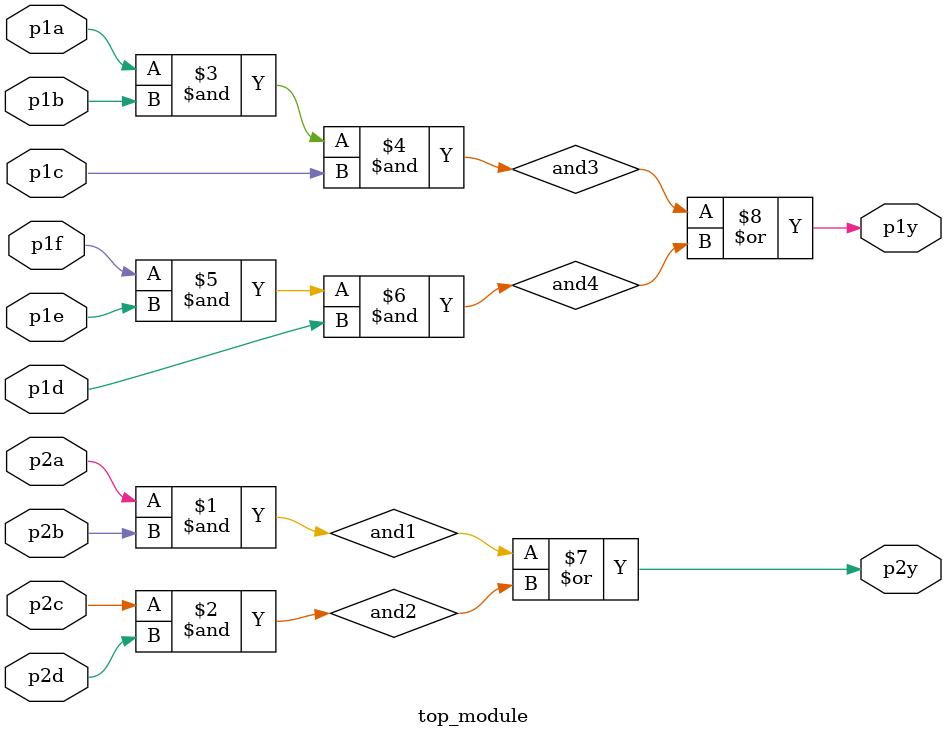
<source format=v>
module top_module ( 
    input p1a, p1b, p1c, p1d, p1e, p1f,
    output p1y,
    input p2a, p2b, p2c, p2d,
    output p2y );
    
    wire and1, and2, and3, and4;
    
    assign and1 = p2a & p2b;
    assign and2 = p2c & p2d;
    
    assign and3 = p1a & p1b & p1c;
    assign and4 = p1f & p1e & p1d;
    
    assign p2y = and1 | and2;
    assign p1y = and3 | and4;


endmodule

</source>
